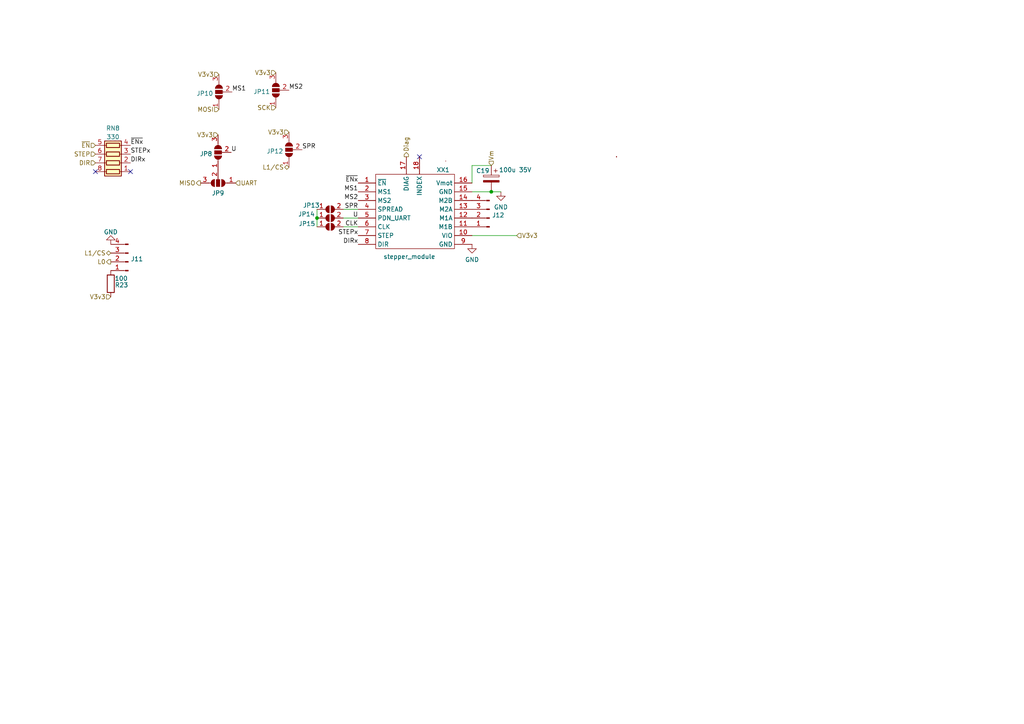
<source format=kicad_sch>
(kicad_sch (version 20231120) (generator "eeschema") (generator_version "8.0")
  (paper "A4")
  (lib_symbols
    (symbol "Connector:Conn_01x04_Male" (pin_names (offset 1.016) hide)
      (property "Reference" "J" (at 0 5.08 0))
      (property "Value" "Conn_01x04_Male" (at 0 -7.62 0))
      (symbol "Conn_01x04_Male_1_1"
        (polyline (pts (xy 1.27 -5.08) (xy 0.8636 -5.08)) (stroke (width 0.1524)))
        (polyline (pts (xy 1.27 -2.54) (xy 0.8636 -2.54)) (stroke (width 0.1524)))
        (polyline (pts (xy 1.27 0) (xy 0.8636 0)) (stroke (width 0.1524)))
        (polyline (pts (xy 1.27 2.54) (xy 0.8636 2.54)) (stroke (width 0.1524)))
        (rectangle (start 0.8636 -4.953) (end 0 -5.207) (stroke (width 0.1524)) (fill (type outline)))
        (rectangle (start 0.8636 -2.413) (end 0 -2.667) (stroke (width 0.1524)) (fill (type outline)))
        (rectangle (start 0.8636 0.127) (end 0 -0.127) (stroke (width 0.1524)) (fill (type outline)))
        (rectangle (start 0.8636 2.667) (end 0 2.413) (stroke (width 0.1524)) (fill (type outline)))
        (pin passive line (at 5.08 2.54 180) (length 3.81) (name "Pin_1") (number "1"))
        (pin passive line (at 5.08 0 180) (length 3.81) (name "Pin_2") (number "2"))
        (pin passive line (at 5.08 -2.54 180) (length 3.81) (name "Pin_3") (number "3"))
        (pin passive line (at 5.08 -5.08 180) (length 3.81) (name "Pin_4") (number "4"))
      )
    )
    (symbol "Device:C_Polarized" (pin_numbers hide) (pin_names (offset 0.254))
      (property "Reference" "C" (at 0.635 2.54 0))
      (property "Value" "C_Polarized" (at 0.635 -2.54 0))
      (symbol "C_Polarized_0_1"
        (rectangle (start -2.286 0.508) (end 2.286 1.016))
        (polyline (pts (xy -1.778 2.286) (xy -0.762 2.286)))
        (polyline (pts (xy -1.27 2.794) (xy -1.27 1.778)))
        (rectangle (start 2.286 -0.508) (end -2.286 -1.016) (fill (type outline)))
      )
      (symbol "C_Polarized_1_1"
        (pin passive line (at 0 3.81 270) (length 2.794) (name "~") (number "1"))
        (pin passive line (at 0 -3.81 90) (length 2.794) (name "~") (number "2"))
      )
    )
    (symbol "Device:R" (pin_numbers hide) (pin_names (offset 0))
      (property "Reference" "R" (at 2.032 0 90))
      (property "Value" "R" (at 0 0 90))
      (symbol "R_0_1"
        (rectangle (start -1.016 -2.54) (end 1.016 2.54) (stroke (width 0.254)))
      )
      (symbol "R_1_1"
        (pin passive line (at 0 3.81 270) (length 1.27) (name "~") (number "1"))
        (pin passive line (at 0 -3.81 90) (length 1.27) (name "~") (number "2"))
      )
    )
    (symbol "Device:R_Pack04" (pin_names (offset 0) hide)
      (property "Reference" "RN" (at -7.62 0 90))
      (property "Value" "R_Pack04" (at 5.08 0 90))
      (symbol "R_Pack04_0_1"
        (rectangle (start -6.35 -2.413) (end 3.81 2.413) (stroke (width 0.254)) (fill (type background)))
        (rectangle (start -5.715 1.905) (end -4.445 -1.905) (stroke (width 0.254)))
        (rectangle (start -3.175 1.905) (end -1.905 -1.905) (stroke (width 0.254)))
        (rectangle (start -0.635 1.905) (end 0.635 -1.905) (stroke (width 0.254)))
        (polyline (pts (xy -5.08 -2.54) (xy -5.08 -1.905)))
        (polyline (pts (xy -5.08 1.905) (xy -5.08 2.54)))
        (polyline (pts (xy -2.54 -2.54) (xy -2.54 -1.905)))
        (polyline (pts (xy -2.54 1.905) (xy -2.54 2.54)))
        (polyline (pts (xy 0 -2.54) (xy 0 -1.905)))
        (polyline (pts (xy 0 1.905) (xy 0 2.54)))
        (polyline (pts (xy 2.54 -2.54) (xy 2.54 -1.905)))
        (polyline (pts (xy 2.54 1.905) (xy 2.54 2.54)))
        (rectangle (start 1.905 1.905) (end 3.175 -1.905) (stroke (width 0.254)))
      )
      (symbol "R_Pack04_1_1"
        (pin passive line (at -5.08 -5.08 90) (length 2.54) (name "R1.1") (number "1"))
        (pin passive line (at -2.54 -5.08 90) (length 2.54) (name "R2.1") (number "2"))
        (pin passive line (at 0 -5.08 90) (length 2.54) (name "R3.1") (number "3"))
        (pin passive line (at 2.54 -5.08 90) (length 2.54) (name "R4.1") (number "4"))
        (pin passive line (at 2.54 5.08 270) (length 2.54) (name "R4.2") (number "5"))
        (pin passive line (at 0 5.08 270) (length 2.54) (name "R3.2") (number "6"))
        (pin passive line (at -2.54 5.08 270) (length 2.54) (name "R2.2") (number "7"))
        (pin passive line (at -5.08 5.08 270) (length 2.54) (name "R1.2") (number "8"))
      )
    )
    (symbol "Jumper:SolderJumper_2_Open" (pin_names (offset 0) hide)
      (property "Reference" "JP" (at 0 2.032 0))
      (property "Value" "SolderJumper_2_Open" (at 0 -2.54 0))
      (symbol "SolderJumper_2_Open_0_1"
        (arc (start -0.254 1.016) (mid -1.2656 0) (end -0.254 -1.016))
        (arc (start -0.254 1.016) (mid -1.2656 0) (end -0.254 -1.016) (fill (type outline)))
        (polyline (pts (xy -0.254 1.016) (xy -0.254 -1.016)))
        (polyline (pts (xy 0.254 1.016) (xy 0.254 -1.016)))
        (arc (start 0.254 -1.016) (mid 1.2656 0) (end 0.254 1.016))
        (arc (start 0.254 -1.016) (mid 1.2656 0) (end 0.254 1.016) (fill (type outline)))
      )
      (symbol "SolderJumper_2_Open_1_1"
        (pin passive line (at -3.81 0 0) (length 2.54) (name "A") (number "1"))
        (pin passive line (at 3.81 0 180) (length 2.54) (name "B") (number "2"))
      )
    )
    (symbol "Jumper:SolderJumper_3_Open" (pin_names (offset 0) hide)
      (property "Reference" "JP" (at -2.54 -2.54 0))
      (property "Value" "SolderJumper_3_Open" (at 0 2.794 0))
      (symbol "SolderJumper_3_Open_0_1"
        (arc (start -1.016 1.016) (mid -2.0276 0) (end -1.016 -1.016))
        (arc (start -1.016 1.016) (mid -2.0276 0) (end -1.016 -1.016) (fill (type outline)))
        (rectangle (start -0.508 1.016) (end 0.508 -1.016) (fill (type outline)))
        (polyline (pts (xy -2.54 0) (xy -2.032 0)))
        (polyline (pts (xy -1.016 1.016) (xy -1.016 -1.016)))
        (polyline (pts (xy 0 -1.27) (xy 0 -1.016)))
        (polyline (pts (xy 1.016 1.016) (xy 1.016 -1.016)))
        (polyline (pts (xy 2.54 0) (xy 2.032 0)))
        (arc (start 1.016 -1.016) (mid 2.0276 0) (end 1.016 1.016))
        (arc (start 1.016 -1.016) (mid 2.0276 0) (end 1.016 1.016) (fill (type outline)))
      )
      (symbol "SolderJumper_3_Open_1_1"
        (pin passive line (at -5.08 0 0) (length 2.54) (name "A") (number "1"))
        (pin passive line (at 0 -3.81 90) (length 2.54) (name "C") (number "2"))
        (pin passive line (at 5.08 0 180) (length 2.54) (name "B") (number "3"))
      )
    )
    (symbol "power:GND" (power) (pin_names (offset 0))
      (property "Value" "GND" (at 0 -3.81 0))
      (symbol "GND_0_1"
        (polyline (pts (xy 0 0) (xy 0 -1.27) (xy 1.27 -1.27) (xy 0 -2.54) (xy -1.27 -1.27) (xy 0 -1.27)))
      )
      (symbol "GND_1_1"
        (pin power_in line (at 0 0 270) (length 0) hide (name "GND") (number "1"))
      )
    )
    (symbol "stepper_module:stepper_module"
      (property "Reference" "PH" (at 5.08 13.97 0))
      (property "Value" "stepper_module" (at 0 -11.43 0))
      (symbol "stepper_module_0_1"
        (polyline (pts (xy 8.89 15.24) (xy 8.89 15.24)) (stroke (width 0.1524)))
        (rectangle (start 8.89 15.24) (end 8.89 15.24) (stroke (width 0.1524)))
        (rectangle (start 8.89 15.24) (end 8.89 15.24) (stroke (width 0.1524)))
        (rectangle (start 8.89 15.24) (end 8.89 15.24) (stroke (width 0.1524)))
        (rectangle (start 8.89 15.24) (end 8.89 15.24) (stroke (width 0.1524)))
        (rectangle (start 8.89 15.24) (end 8.89 15.24) (stroke (width 0.1524)))
        (rectangle (start 8.89 15.24) (end 8.89 15.24) (stroke (width 0.1524)))
        (rectangle (start 8.89 15.24) (end 8.89 15.24) (stroke (width 0.1524)))
        (rectangle (start 8.89 15.24) (end 8.89 15.24) (stroke (width 0.1524)))
        (rectangle (start 8.89 15.24) (end 8.89 15.24) (stroke (width 0.1524)))
        (rectangle (start 11.43 -10.16) (end -11.43 11.43) (stroke (width 0.1524)))
        (arc (start 58.42 16.51) (mid 58.42 16.51) (end 58.42 16.51) (stroke (width 0.1524)))
        (circle (center 58.42 16.51) (radius 0.0001) (stroke (width 0.1524)))
        (circle (center 58.42 16.51) (radius 0.0001) (stroke (width 0.1524)))
      )
      (symbol "stepper_module_1_1"
        (pin passive line (at -16.51 8.89 0) (length 5.08) (name "~{EN}") (number "1"))
        (pin passive line (at 16.51 -6.35 180) (length 5.08) (name "VIO") (number "10"))
        (pin passive line (at 16.51 -3.81 180) (length 5.08) (name "M1B") (number "11"))
        (pin passive line (at 16.51 -1.27 180) (length 5.08) (name "M1A") (number "12"))
        (pin passive line (at 16.51 1.27 180) (length 5.08) (name "M2A") (number "13"))
        (pin passive line (at 16.51 3.81 180) (length 5.08) (name "M2B") (number "14"))
        (pin passive line (at 16.51 6.35 180) (length 5.08) (name "GND") (number "15"))
        (pin passive line (at 16.51 8.89 180) (length 5.08) (name "Vmot") (number "16"))
        (pin passive line (at -2.54 16.51 270) (length 5.08) (name "DIAG") (number "17"))
        (pin passive line (at 1.27 16.51 270) (length 5.08) (name "INDEX") (number "18"))
        (pin passive line (at -16.51 6.35 0) (length 5.08) (name "MS1") (number "2"))
        (pin passive line (at -16.51 3.81 0) (length 5.08) (name "MS2") (number "3"))
        (pin passive line (at -16.51 1.27 0) (length 5.08) (name "SPREAD") (number "4"))
        (pin passive line (at -16.51 -1.27 0) (length 5.08) (name "PDN_UART") (number "5"))
        (pin passive line (at -16.51 -3.81 0) (length 5.08) (name "CLK") (number "6"))
        (pin passive line (at -16.51 -6.35 0) (length 5.08) (name "STEP") (number "7"))
        (pin passive line (at -16.51 -8.89 0) (length 5.08) (name "DIR") (number "8"))
        (pin passive line (at 16.51 -8.89 180) (length 5.08) (name "GND") (number "9"))
      )
    )
  )
  (junction (at 142.494 55.626))
  (junction (at 91.948 63.246))
  (no_connect (at 121.666 45.466))
  (no_connect (at 37.846 49.784))
  (no_connect (at 27.686 49.784))
  (wire (pts (xy 136.906 53.086) (xy 136.906 48.006)))
  (wire (pts (xy 136.906 48.006) (xy 142.494 48.006)))
  (wire (pts (xy 142.494 55.626) (xy 145.288 55.626)))
  (wire (pts (xy 99.568 63.246) (xy 103.886 63.246)))
  (wire (pts (xy 91.948 63.246) (xy 91.948 65.786)))
  (wire (pts (xy 136.906 68.326) (xy 149.86 68.326)))
  (wire (pts (xy 99.568 60.706) (xy 103.886 60.706)))
  (wire (pts (xy 136.906 55.626) (xy 142.494 55.626)))
  (wire (pts (xy 91.948 60.706) (xy 91.948 63.246)))
  (wire (pts (xy 99.568 65.786) (xy 103.886 65.786)))
  (label "MS1" (at 67.31 26.67 0))
  (label "MS1" (at 103.886 55.626 180))
  (label "STEPx" (at 103.886 68.326 180))
  (label "~{ENx}" (at 37.846 42.164 0))
  (label "MS2" (at 83.82 26.162 0))
  (label "U" (at 103.886 63.246 180))
  (label "SPR" (at 103.886 60.706 180))
  (label "~{ENx}" (at 103.886 53.086 180))
  (label "U" (at 67.056 44.196 0))
  (label "DIRx" (at 37.846 47.244 0))
  (label "STEPx" (at 37.846 44.704 0))
  (label "MS2" (at 103.886 58.166 180))
  (label "SPR" (at 87.63 43.434 0))
  (label "CLK" (at 103.886 65.786 180))
  (label "DIRx" (at 103.886 70.866 180))
  (hierarchical_label "L0" (shape output) (at 32.131 75.946 180))
  (hierarchical_label "V3v3" (shape input) (at 63.5 21.59 180))
  (hierarchical_label "L1{slash}CS" (shape bidirectional) (at 32.131 73.406 180))
  (hierarchical_label "V3v3" (shape input) (at 80.01 21.082 180))
  (hierarchical_label "V3v3" (shape input) (at 149.86 68.326 0))
  (hierarchical_label "STEP" (shape input) (at 27.686 44.704 180))
  (hierarchical_label "SCK" (shape input) (at 80.01 31.242 180))
  (hierarchical_label "DIR" (shape input) (at 27.686 47.244 180))
  (hierarchical_label "UART" (shape input) (at 68.326 53.086 0))
  (hierarchical_label "MOSI" (shape input) (at 63.5 31.75 180))
  (hierarchical_label "L1{slash}CS" (shape bidirectional) (at 83.82 48.514 180))
  (hierarchical_label "Vm" (shape input) (at 142.494 48.006 90))
  (hierarchical_label "Diag" (shape output) (at 117.856 45.466 90))
  (hierarchical_label "V3v3" (shape input) (at 63.246 39.116 180))
  (hierarchical_label "V3v3" (shape input) (at 83.82 38.354 180))
  (hierarchical_label "MISO" (shape output) (at 58.166 53.086 180))
  (hierarchical_label "V3v3" (shape input) (at 32.131 86.106 180))
  (hierarchical_label "~{EN}" (shape input) (at 27.686 42.164 180))
  (symbol (lib_id "Device:C_Polarized") (at 142.494 51.816 0) (mirror y) (unit 1)
    (property "Reference" "C19" (at 141.986 49.53 0) (effects (justify left)))
    (property "Value" "100u 35V" (at 154.178 49.276 0) (effects (justify left)))
    (property "Footprint" "Capacitor_THT:CP_Radial_D8.0mm_P3.50mm" (effects (hide yes)))
    (instances (project "multistepper" (path "" (reference "C19") (unit 1)) (path "" (reference "C20") (unit 1)) (path "" (reference "C21") (unit 1)) (path "" (reference "C22") (unit 1)) (path "" (reference "C23") (unit 1)) (path "" (reference "C24") (unit 1)) (path "" (reference "C25") (unit 1)) (path "" (reference "C26") (unit 1))))
  )
  (symbol (lib_id "Connector:Conn_01x04_Male") (at 37.211 75.946 180) (unit 1)
    (property "Reference" "J11" (at 37.9222 75.1098 0) (effects (justify right)))
    (property "Value" "LimS" (effects (hide yes)))
    (property "Footprint" "Connector_JST:JST_PH_B4B-PH-K_1x04_P2.00mm_Vertical" (effects (hide yes)))
    (instances (project "multistepper" (path "" (reference "J11") (unit 1)) (path "" (reference "J14") (unit 1)) (path "" (reference "J16") (unit 1)) (path "" (reference "J18") (unit 1)) (path "" (reference "J20") (unit 1)) (path "" (reference "J22") (unit 1)) (path "" (reference "J24") (unit 1)) (path "" (reference "J26") (unit 1))))
  )
  (symbol (lib_id "power:GND") (at 136.906 70.866 0) (unit 1)
    (property "Reference" "#PWR040" (effects (hide yes)))
    (property "Value" "GND" (at 136.906 75.3094 0))
    (instances (project "multistepper" (path "" (reference "#PWR040") (unit 1)) (path "" (reference "#PWR09") (unit 1)) (path "" (reference "#PWR044") (unit 1)) (path "" (reference "#PWR047") (unit 1)) (path "" (reference "#PWR050") (unit 1)) (path "" (reference "#PWR053") (unit 1)) (path "" (reference "#PWR056") (unit 1)) (path "" (reference "#PWR059") (unit 1))))
  )
  (symbol (lib_id "Device:R") (at 32.131 82.296 180) (unit 1)
    (property "Reference" "R23" (at 37.211 82.677 0) (effects (justify left)))
    (property "Value" "100" (at 37.084 80.772 0) (effects (justify left)))
    (property "Footprint" "Resistor_SMD:R_0603_1608Metric_Pad0.98x0.95mm_HandSolder" (effects (hide yes)))
    (instances (project "multistepper" (path "" (reference "R23") (unit 1)) (path "" (reference "R26") (unit 1)) (path "" (reference "R27") (unit 1)) (path "" (reference "R28") (unit 1)) (path "" (reference "R29") (unit 1)) (path "" (reference "R30") (unit 1)) (path "" (reference "R31") (unit 1)) (path "" (reference "R32") (unit 1))))
  )
  (symbol (lib_id "Jumper:SolderJumper_2_Open") (at 95.758 65.786 0) (unit 1)
    (property "Reference" "JP15" (at 89.027 64.897 0))
    (property "Value" "SolderJumper_2_Bridged" (effects (hide yes)))
    (property "Footprint" "Jumper:SolderJumper-2_P1.3mm_Open_TrianglePad1.0x1.5mm" (effects (hide yes)))
    (instances (project "multistepper" (path "" (reference "JP15") (unit 1)) (path "" (reference "JP23") (unit 1)) (path "" (reference "JP31") (unit 1)) (path "" (reference "JP39") (unit 1)) (path "" (reference "JP47") (unit 1)) (path "" (reference "JP55") (unit 1)) (path "" (reference "JP63") (unit 1)) (path "" (reference "JP71") (unit 1))))
  )
  (symbol (lib_id "Jumper:SolderJumper_2_Open") (at 95.758 63.246 0) (unit 1)
    (property "Reference" "JP14" (at 88.9 62.103 0))
    (property "Value" "SolderJumper_2_Bridged" (effects (hide yes)))
    (property "Footprint" "Jumper:SolderJumper-2_P1.3mm_Open_TrianglePad1.0x1.5mm" (effects (hide yes)))
    (instances (project "multistepper" (path "" (reference "JP14") (unit 1)) (path "" (reference "JP22") (unit 1)) (path "" (reference "JP30") (unit 1)) (path "" (reference "JP38") (unit 1)) (path "" (reference "JP46") (unit 1)) (path "" (reference "JP54") (unit 1)) (path "" (reference "JP62") (unit 1)) (path "" (reference "JP70") (unit 1))))
  )
  (symbol (lib_id "stepper_module:stepper_module") (at 120.396 61.976 0) (unit 1)
    (property "Reference" "XX1" (at 128.524 49.276 0))
    (property "Value" "stepper_module" (at 118.745 74.422 0))
    (property "Footprint" "stepper:stepper_module" (effects (hide yes)))
    (instances (project "multistepper" (path "" (reference "XX1") (unit 1)) (path "" (reference "XX2") (unit 1)) (path "" (reference "XX3") (unit 1)) (path "" (reference "XX4") (unit 1)) (path "" (reference "XX5") (unit 1)) (path "" (reference "XX6") (unit 1)) (path "" (reference "XX7") (unit 1)) (path "" (reference "XX8") (unit 1))))
  )
  (symbol (lib_id "Jumper:SolderJumper_2_Open") (at 95.758 60.706 0) (unit 1)
    (property "Reference" "JP13" (at 90.297 59.563 0))
    (property "Value" "SolderJumper_2_Bridged" (effects (hide yes)))
    (property "Footprint" "Jumper:SolderJumper-2_P1.3mm_Open_TrianglePad1.0x1.5mm" (effects (hide yes)))
    (instances (project "multistepper" (path "" (reference "JP13") (unit 1)) (path "" (reference "JP21") (unit 1)) (path "" (reference "JP29") (unit 1)) (path "" (reference "JP37") (unit 1)) (path "" (reference "JP45") (unit 1)) (path "" (reference "JP53") (unit 1)) (path "" (reference "JP61") (unit 1)) (path "" (reference "JP69") (unit 1))))
  )
  (symbol (lib_id "Device:R_Pack04") (at 32.766 44.704 90) (unit 1)
    (property "Reference" "RN8" (at 32.766 37.1942 90))
    (property "Value" "330" (at 32.766 39.7311 90))
    (property "Footprint" "Resistor_SMD:R_Array_Convex_4x0603" (effects (hide yes)))
    (instances (project "multistepper" (path "" (reference "RN8") (unit 1)) (path "" (reference "RN9") (unit 1)) (path "" (reference "RN10") (unit 1)) (path "" (reference "RN11") (unit 1)) (path "" (reference "RN12") (unit 1)) (path "" (reference "RN13") (unit 1)) (path "" (reference "RN14") (unit 1)) (path "" (reference "RN15") (unit 1))))
  )
  (symbol (lib_id "Jumper:SolderJumper_3_Open") (at 63.246 53.086 180) (unit 1)
    (property "Reference" "JP9" (at 63.246 56.0054 0))
    (property "Value" "SolderJumper_3_Open" (effects (hide yes)))
    (property "Footprint" "Jumper:SolderJumper-3_P2.0mm_Open_TrianglePad1.0x1.5mm" (effects (hide yes)))
    (instances (project "multistepper" (path "" (reference "JP9") (unit 1)) (path "" (reference "JP17") (unit 1)) (path "" (reference "JP25") (unit 1)) (path "" (reference "JP33") (unit 1)) (path "" (reference "JP41") (unit 1)) (path "" (reference "JP49") (unit 1)) (path "" (reference "JP57") (unit 1)) (path "" (reference "JP65") (unit 1))))
  )
  (symbol (lib_id "Jumper:SolderJumper_3_Open") (at 80.01 26.162 90) (unit 1)
    (property "Reference" "JP11" (at 78.359 26.5958 90) (effects (justify left)))
    (property "Value" "SolderJumper_3_Open" (effects (hide yes)))
    (property "Footprint" "Jumper:SolderJumper-3_P2.0mm_Open_TrianglePad1.0x1.5mm" (effects (hide yes)))
    (instances (project "multistepper" (path "" (reference "JP11") (unit 1)) (path "" (reference "JP19") (unit 1)) (path "" (reference "JP27") (unit 1)) (path "" (reference "JP35") (unit 1)) (path "" (reference "JP43") (unit 1)) (path "" (reference "JP51") (unit 1)) (path "" (reference "JP59") (unit 1)) (path "" (reference "JP67") (unit 1))))
  )
  (symbol (lib_id "Jumper:SolderJumper_3_Open") (at 63.5 26.67 90) (unit 1)
    (property "Reference" "JP10" (at 61.849 27.1038 90) (effects (justify left)))
    (property "Value" "SolderJumper_3_Open" (effects (hide yes)))
    (property "Footprint" "Jumper:SolderJumper-3_P2.0mm_Open_TrianglePad1.0x1.5mm" (effects (hide yes)))
    (instances (project "multistepper" (path "" (reference "JP10") (unit 1)) (path "" (reference "JP18") (unit 1)) (path "" (reference "JP26") (unit 1)) (path "" (reference "JP34") (unit 1)) (path "" (reference "JP42") (unit 1)) (path "" (reference "JP50") (unit 1)) (path "" (reference "JP58") (unit 1)) (path "" (reference "JP66") (unit 1))))
  )
  (symbol (lib_id "Jumper:SolderJumper_3_Open") (at 83.82 43.434 90) (unit 1)
    (property "Reference" "JP12" (at 82.169 43.8678 90) (effects (justify left)))
    (property "Value" "SolderJumper_3_Open" (effects (hide yes)))
    (property "Footprint" "Jumper:SolderJumper-3_P2.0mm_Open_TrianglePad1.0x1.5mm" (effects (hide yes)))
    (instances (project "multistepper" (path "" (reference "JP12") (unit 1)) (path "" (reference "JP20") (unit 1)) (path "" (reference "JP28") (unit 1)) (path "" (reference "JP36") (unit 1)) (path "" (reference "JP44") (unit 1)) (path "" (reference "JP52") (unit 1)) (path "" (reference "JP60") (unit 1)) (path "" (reference "JP68") (unit 1))))
  )
  (symbol (lib_id "power:GND") (at 32.131 70.866 180) (unit 1)
    (property "Reference" "#PWR039" (effects (hide yes)))
    (property "Value" "GND" (at 32.131 67.2902 0))
    (instances (project "multistepper" (path "" (reference "#PWR039") (unit 1)) (path "" (reference "#PWR04") (unit 1)) (path "" (reference "#PWR043") (unit 1)) (path "" (reference "#PWR046") (unit 1)) (path "" (reference "#PWR049") (unit 1)) (path "" (reference "#PWR052") (unit 1)) (path "" (reference "#PWR055") (unit 1)) (path "" (reference "#PWR058") (unit 1))))
  )
  (symbol (lib_id "Connector:Conn_01x04_Male") (at 141.986 63.246 180) (unit 1)
    (property "Reference" "J12" (at 142.6972 62.4098 0) (effects (justify right)))
    (property "Value" "Stepper" (effects (hide yes)))
    (property "Footprint" "Connector_JST:JST_EH_B4B-EH-A_1x04_P2.50mm_Vertical" (effects (hide yes)))
    (instances (project "multistepper" (path "" (reference "J12") (unit 1)) (path "" (reference "J15") (unit 1)) (path "" (reference "J17") (unit 1)) (path "" (reference "J19") (unit 1)) (path "" (reference "J21") (unit 1)) (path "" (reference "J23") (unit 1)) (path "" (reference "J25") (unit 1)) (path "" (reference "J27") (unit 1))))
  )
  (symbol (lib_id "Jumper:SolderJumper_3_Open") (at 63.246 44.196 90) (unit 1)
    (property "Reference" "JP8" (at 61.595 44.6298 90) (effects (justify left)))
    (property "Value" "SolderJumper_3_Open" (effects (hide yes)))
    (property "Footprint" "Jumper:SolderJumper-3_P2.0mm_Open_TrianglePad1.0x1.5mm" (effects (hide yes)))
    (instances (project "multistepper" (path "" (reference "JP8") (unit 1)) (path "" (reference "JP16") (unit 1)) (path "" (reference "JP24") (unit 1)) (path "" (reference "JP32") (unit 1)) (path "" (reference "JP40") (unit 1)) (path "" (reference "JP48") (unit 1)) (path "" (reference "JP56") (unit 1)) (path "" (reference "JP64") (unit 1))))
  )
  (symbol (lib_id "power:GND") (at 145.288 55.626 0) (unit 1)
    (property "Reference" "#PWR041" (effects (hide yes)))
    (property "Value" "GND" (at 145.288 60.0694 0))
    (instances (project "multistepper" (path "" (reference "#PWR041") (unit 1)) (path "" (reference "#PWR010") (unit 1)) (path "" (reference "#PWR045") (unit 1)) (path "" (reference "#PWR048") (unit 1)) (path "" (reference "#PWR051") (unit 1)) (path "" (reference "#PWR054") (unit 1)) (path "" (reference "#PWR057") (unit 1)) (path "" (reference "#PWR060") (unit 1))))
  )
)
</source>
